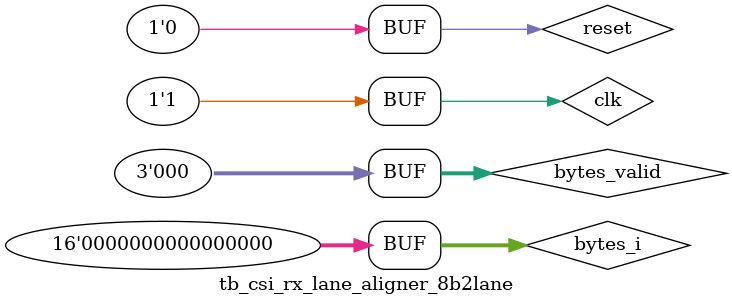
<source format=v>
`timescale 1ns/1ns
module tb_csi_rx_lane_aligner_8b2lane;
	reg clk;
	reg [2:0]bytes_valid;
	reg  [15:0]bytes_i;
	wire [15:0]bytes_o;
	wire synced;
	reg reset;
	
wire reset_g;
GSR 
GSR_INST (
	.GSR_N(1'b1),
	.CLK(1'b0)
);
mipi_csi_rx_lane_aligner #(.MIPI_GEAR(8), .MIPI_LANES(2))  ins1(	.clk_i(clk),
						.reset_i(reset),
						.bytes_valid_i(bytes_valid),
						.byte_i(bytes_i),
						.lane_valid_o(synced),
						.lane_byte_o(bytes_o));

task sendbytes;
	input [15:0]bytes;
	begin
	bytes_i = bytes;
	clk = 1'b0;
	#4
	clk = 1'b1;
	#4;
	end
endtask

initial begin
		reset = 1'b0;
		clk = 1'b0;
		bytes_valid = 4'h0;
		#50

		sendbytes(16'h0000);
		reset = 1'h1;
		sendbytes(16'h0000);
		reset = 1'h0;
		sendbytes(16'h0000);
		sendbytes(16'h0000);
		bytes_valid[0] = 1'h1;
		sendbytes(16'h00B8);
		bytes_valid[1] = 1'h1;
		sendbytes(16'hB811);
		sendbytes(16'h1122);
		sendbytes(16'h2233);
		sendbytes(16'h3344);
		sendbytes(16'h4455);
		sendbytes(16'h5566);
		bytes_valid[0] = 1'h0;
		sendbytes(16'h6677);
		bytes_valid[1] = 1'h0;
		sendbytes(16'h0000);
		sendbytes(16'h0000);

		sendbytes(16'h0000);
		reset = 1'h1;
		sendbytes(16'h0000);
		reset = 1'h0;
		sendbytes(16'h0000);
		sendbytes(16'h0000);
		bytes_valid[0] = 1'h1;
		bytes_valid[1] = 1'h1;
		sendbytes(16'hB8B8);
		sendbytes(16'h1111);
		sendbytes(16'h2222);
		sendbytes(16'h3333);
		sendbytes(16'h4444);
		sendbytes(16'h5555);
		sendbytes(16'h6666);
		bytes_valid[0] = 1'h0;
		bytes_valid[1] = 1'h0;
		sendbytes(16'h7777);
		sendbytes(16'h0000);
		sendbytes(16'h0000);


		sendbytes(16'h0000);
		reset = 1'h1;
		sendbytes(16'h0000);
		reset = 1'h0;
		sendbytes(16'h0000);
		sendbytes(16'h0000);
		
		bytes_valid[1] = 1'h1;
		sendbytes(16'hB800);
		sendbytes(16'h1100);
		bytes_valid[0] = 1'h1;
		sendbytes(16'h22B8);
		sendbytes(16'h3311);
		sendbytes(16'h4422);
		sendbytes(16'h5533);
		sendbytes(16'h6644);
		bytes_valid[1] = 1'h0;
		sendbytes(16'h7755);
		sendbytes(16'h8866);
		bytes_valid[0] = 1'h0;
		sendbytes(16'h0000);
		sendbytes(16'h0000);
		sendbytes(16'h0000);
		
end

endmodule
</source>
